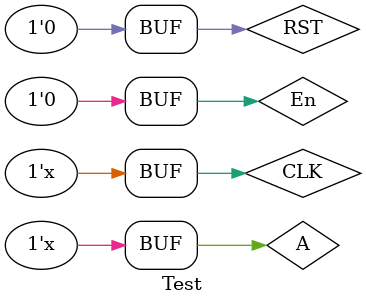
<source format=v>
`timescale 1ns / 1ps


module Test;

	// Inputs
	reg CLK;
	
	reg RST;
	reg A;
	reg En=0;

	// Outputs
	wire [7:0] Count;
	
	

	// Instantiate the Unit Under Test (UUT)
	Encoder uut (
		.CLK(CLK),		 
		.RST(RST), 
		.A(A), 
		.Count(Count),
		.En(En)
		
	);
	
	initial begin
		// Initialize Inputs
		CLK = 0;
		
		RST = 1;
		A = 0;

		// Wait 100 ns for global reset to finish
		#100;
		RST=0;
		
        
		// Add stimulus here

	end
	always begin
	#5 CLK =~ CLK;
	end
	always begin
	#5859 A=~A;
	end
	
	
      
endmodule


</source>
